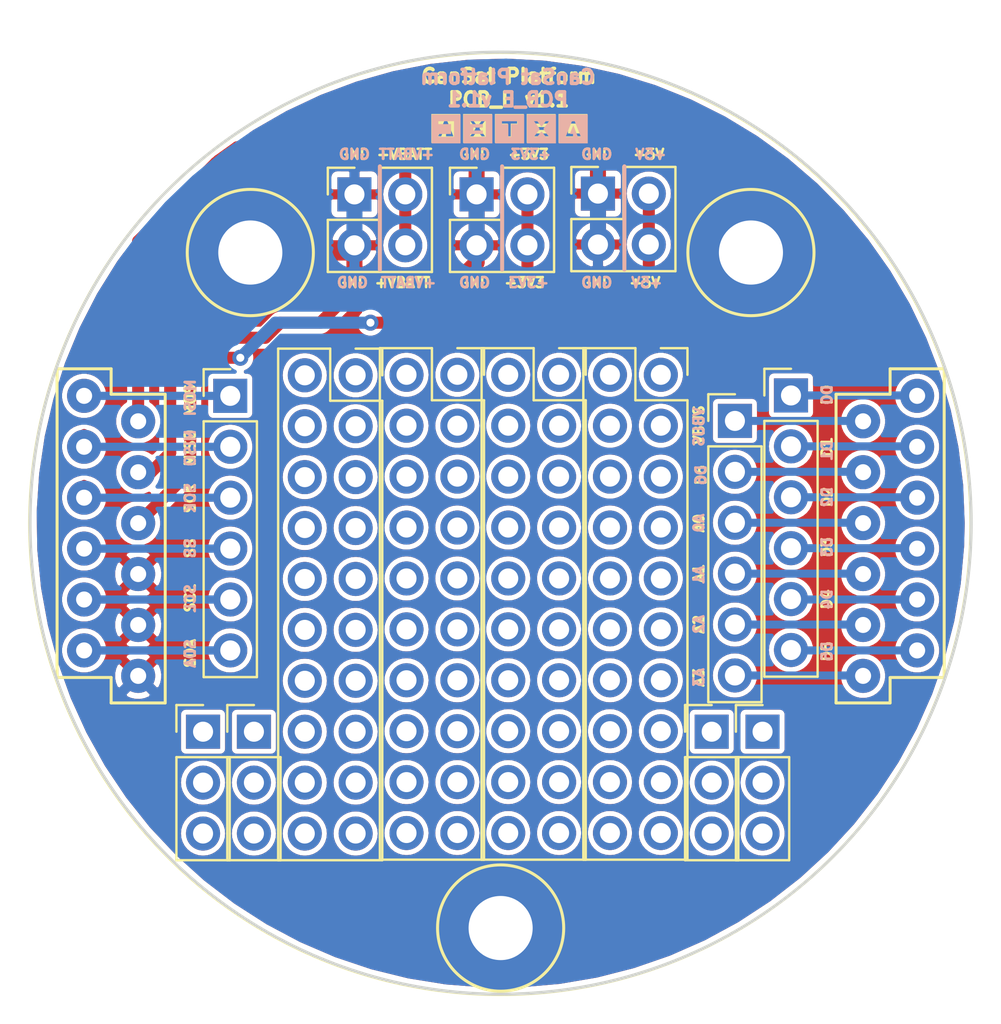
<source format=kicad_pcb>
(kicad_pcb (version 20171130) (host pcbnew "(5.1.0)-1")
  (layers (0 F.Cu signal) (31 B.Cu signal) (34 B.Paste user) (35 F.Paste user) (36 B.SilkS user) (37 F.SilkS user) (38 B.Mask user) (39 F.Mask user) (44 Edge.Cuts user))
  (net 0 "")
  (net 1 GND)
  (net 2 +BATT)
  (net 3 +5V)
  (net 4 +3V3)
  (net 5 "Net-(J4-Pad1)")
  (net 6 "Net-(J5-Pad1)")
  (net 7 "Net-(J6-Pad1)")
  (net 8 "Net-(J7-Pad1)")
  (net 9 /IO0)
  (net 10 /IO1)
  (net 11 /IO2)
  (net 12 /IO3)
  (net 13 /IO4)
  (net 14 /IO5)
  (net 15 /IO6)
  (net 16 /AD0)
  (net 17 /AD1)
  (net 18 /AD2)
  (net 19 /AD3)
  (net 20 /MOSI)
  (net 21 /MISO)
  (net 22 /SCK)
  (net 23 /SS)
  (net 24 /SCL)
  (net 25 /SDA)
  (net 26 "Net-(J4-Pad2)")
  (net 27 "Net-(J5-Pad2)")
  (net 28 "Net-(J6-Pad2)")
  (net 29 "Net-(J7-Pad2)")
  (net 30 "Net-(J4-Pad3)")
  (net 31 "Net-(J4-Pad4)")
  (net 32 "Net-(J4-Pad5)")
  (net 33 "Net-(J4-Pad6)")
  (net 34 "Net-(J4-Pad7)")
  (net 35 "Net-(J4-Pad8)")
  (net 36 "Net-(J4-Pad9)")
  (net 37 "Net-(J4-Pad10)")
  (net 38 "Net-(J4-Pad11)")
  (net 39 "Net-(J4-Pad12)")
  (net 40 "Net-(J4-Pad13)")
  (net 41 "Net-(J4-Pad14)")
  (net 42 "Net-(J4-Pad15)")
  (net 43 "Net-(J4-Pad16)")
  (net 44 "Net-(J4-Pad17)")
  (net 45 "Net-(J4-Pad18)")
  (net 46 "Net-(J4-Pad19)")
  (net 47 "Net-(J4-Pad20)")
  (net 48 "Net-(J5-Pad3)")
  (net 49 "Net-(J5-Pad4)")
  (net 50 "Net-(J5-Pad5)")
  (net 51 "Net-(J5-Pad6)")
  (net 52 "Net-(J5-Pad7)")
  (net 53 "Net-(J5-Pad8)")
  (net 54 "Net-(J5-Pad9)")
  (net 55 "Net-(J5-Pad10)")
  (net 56 "Net-(J5-Pad11)")
  (net 57 "Net-(J5-Pad12)")
  (net 58 "Net-(J5-Pad13)")
  (net 59 "Net-(J5-Pad14)")
  (net 60 "Net-(J5-Pad15)")
  (net 61 "Net-(J5-Pad16)")
  (net 62 "Net-(J5-Pad17)")
  (net 63 "Net-(J5-Pad18)")
  (net 64 "Net-(J5-Pad19)")
  (net 65 "Net-(J5-Pad20)")
  (net 66 "Net-(J6-Pad20)")
  (net 67 "Net-(J6-Pad19)")
  (net 68 "Net-(J6-Pad18)")
  (net 69 "Net-(J6-Pad17)")
  (net 70 "Net-(J6-Pad16)")
  (net 71 "Net-(J6-Pad15)")
  (net 72 "Net-(J6-Pad14)")
  (net 73 "Net-(J6-Pad13)")
  (net 74 "Net-(J6-Pad12)")
  (net 75 "Net-(J6-Pad11)")
  (net 76 "Net-(J6-Pad10)")
  (net 77 "Net-(J6-Pad9)")
  (net 78 "Net-(J6-Pad8)")
  (net 79 "Net-(J6-Pad7)")
  (net 80 "Net-(J6-Pad6)")
  (net 81 "Net-(J6-Pad5)")
  (net 82 "Net-(J6-Pad4)")
  (net 83 "Net-(J6-Pad3)")
  (net 84 "Net-(J7-Pad20)")
  (net 85 "Net-(J7-Pad19)")
  (net 86 "Net-(J7-Pad18)")
  (net 87 "Net-(J7-Pad17)")
  (net 88 "Net-(J7-Pad16)")
  (net 89 "Net-(J7-Pad15)")
  (net 90 "Net-(J7-Pad14)")
  (net 91 "Net-(J7-Pad13)")
  (net 92 "Net-(J7-Pad12)")
  (net 93 "Net-(J7-Pad11)")
  (net 94 "Net-(J7-Pad10)")
  (net 95 "Net-(J7-Pad9)")
  (net 96 "Net-(J7-Pad8)")
  (net 97 "Net-(J7-Pad7)")
  (net 98 "Net-(J7-Pad6)")
  (net 99 "Net-(J7-Pad5)")
  (net 100 "Net-(J7-Pad4)")
  (net 101 "Net-(J7-Pad3)")
  (net 102 /Vbus)
  (net 103 "Net-(J9-Pad3)")
  (net 104 "Net-(J9-Pad2)")
  (net 105 "Net-(J9-Pad1)")
  (net 106 "Net-(J10-Pad3)")
  (net 107 "Net-(J10-Pad2)")
  (net 108 "Net-(J10-Pad1)")
  (net 109 "Net-(J11-Pad3)")
  (net 110 "Net-(J11-Pad2)")
  (net 111 "Net-(J11-Pad1)")
  (net 112 "Net-(J13-Pad3)")
  (net 113 "Net-(J13-Pad2)")
  (net 114 "Net-(J13-Pad1)")
  (module AXTEC:Conector_Expansion_CanSat (layer F.Cu) (at 0 0)
    (fp_text reference J12 hide)
    (fp_text value Conector_Expansion_CanSat hide)
    (pad 19 thru_hole circle (at -20.8 -6.35) (size 1.7 1.7) (drill 0.8) (layers *.Cu *.Mask) (net 20 /MOSI))
    (pad 20 thru_hole circle (at -20.8 -3.81) (size 1.7 1.7) (drill 0.8) (layers *.Cu *.Mask) (net 21 /MISO))
    (pad 21 thru_hole circle (at -20.8 -1.27) (size 1.7 1.7) (drill 0.8) (layers *.Cu *.Mask) (net 22 /SCK))
    (pad 22 thru_hole circle (at -20.8 1.27) (size 1.7 1.7) (drill 0.8) (layers *.Cu *.Mask) (net 23 /SS))
    (pad 23 thru_hole circle (at -20.8 3.81) (size 1.7 1.7) (drill 0.8) (layers *.Cu *.Mask) (net 24 /SCL))
    (pad 24 thru_hole circle (at -20.8 6.35) (size 1.7 1.7) (drill 0.8) (layers *.Cu *.Mask) (net 25 /SDA))
    (pad 13 thru_hole circle (at -18.1 -5.08) (size 1.7 1.7) (drill 0.8) (layers *.Cu *.Mask) (net 2 +BATT))
    (pad 14 thru_hole circle (at -18.1 -2.54) (size 1.7 1.7) (drill 0.8) (layers *.Cu *.Mask) (net 4 +3V3))
    (pad 15 thru_hole circle (at -18.1 0) (size 1.7 1.7) (drill 0.8) (layers *.Cu *.Mask) (net 3 +5V))
    (pad 16 thru_hole circle (at -18.1 2.54) (size 1.7 1.7) (drill 0.8) (layers *.Cu *.Mask) (net 1 GND))
    (pad 17 thru_hole circle (at -18.1 5.08) (size 1.7 1.7) (drill 0.8) (layers *.Cu *.Mask) (net 1 GND))
    (pad 18 thru_hole circle (at -18.1 7.62) (size 1.7 1.7) (drill 0.8) (layers *.Cu *.Mask) (net 1 GND))
    (pad 1 thru_hole circle (at 20.8 -6.35) (size 1.7 1.7) (drill 0.8) (layers *.Cu *.Mask) (net 9 /IO0))
    (pad 2 thru_hole circle (at 20.8 -3.81) (size 1.7 1.7) (drill 0.8) (layers *.Cu *.Mask) (net 10 /IO1))
    (pad 3 thru_hole circle (at 20.8 -1.27) (size 1.7 1.7) (drill 0.8) (layers *.Cu *.Mask) (net 11 /IO2))
    (pad 4 thru_hole circle (at 20.8 1.27) (size 1.7 1.7) (drill 0.8) (layers *.Cu *.Mask) (net 12 /IO3))
    (pad 5 thru_hole circle (at 20.8 3.81) (size 1.7 1.7) (drill 0.8) (layers *.Cu *.Mask) (net 13 /IO4))
    (pad 6 thru_hole circle (at 20.8 6.35) (size 1.7 1.7) (drill 0.8) (layers *.Cu *.Mask) (net 14 /IO5))
    (pad 7 thru_hole circle (at 18.1 -5.08) (size 1.7 1.7) (drill 0.8) (layers *.Cu *.Mask) (net 102 /Vbus))
    (pad 8 thru_hole circle (at 18.1 -2.54) (size 1.7 1.7) (drill 0.8) (layers *.Cu *.Mask) (net 15 /IO6))
    (pad 9 thru_hole circle (at 18.1 0) (size 1.7 1.7) (drill 0.8) (layers *.Cu *.Mask) (net 16 /AD0))
    (pad 10 thru_hole circle (at 18.1 2.54) (size 1.7 1.7) (drill 0.8) (layers *.Cu *.Mask) (net 17 /AD1))
    (pad 11 thru_hole circle (at 18.1 5.08) (size 1.7 1.7) (drill 0.8) (layers *.Cu *.Mask) (net 18 /AD2))
    (pad 12 thru_hole circle (at 18.1 7.62) (size 1.7 1.7) (drill 0.8) (layers *.Cu *.Mask) (net 19 /AD3))
  )
  (module AXTEC:Logo_AXTEC (layer B.Cu) (at 0.381 -19.8628 180)
    (fp_text reference G*** hide)
    (fp_text value LOGO hide)
  )
  (module AXTEC:Logo_AXTEC (layer F.Cu) (at 0.508 -19.8882)
    (fp_text reference G*** hide)
    (fp_text value LOGO hide)
  )
  (module Connector_PinHeader_2.54mm:PinHeader_1x03_P2.54mm_Vertical (layer F.Cu) (at -14.86 10.405001)
    (fp_text reference J13 hide)
    (fp_text value Conn_01x03)
    (pad 3 thru_hole oval (at 0 5.08) (size 1.7 1.7) (drill 1) (layers *.Cu *.Mask) (net 112 "Net-(J13-Pad3)"))
    (pad 2 thru_hole oval (at 0 2.54) (size 1.7 1.7) (drill 1) (layers *.Cu *.Mask) (net 113 "Net-(J13-Pad2)"))
    (pad 1 thru_hole rect (at 0 0) (size 1.7 1.7) (drill 1) (layers *.Cu *.Mask) (net 114 "Net-(J13-Pad1)"))
  )
  (module Connector_PinHeader_2.54mm:PinHeader_1x03_P2.54mm_Vertical (layer F.Cu) (at -12.32 10.405001)
    (fp_text reference J11 hide)
    (fp_text value Conn_01x03)
    (pad 3 thru_hole oval (at 0 5.08) (size 1.7 1.7) (drill 1) (layers *.Cu *.Mask) (net 109 "Net-(J11-Pad3)"))
    (pad 2 thru_hole oval (at 0 2.54) (size 1.7 1.7) (drill 1) (layers *.Cu *.Mask) (net 110 "Net-(J11-Pad2)"))
    (pad 1 thru_hole rect (at 0 0) (size 1.7 1.7) (drill 1) (layers *.Cu *.Mask) (net 111 "Net-(J11-Pad1)"))
  )
  (module Connector_PinHeader_2.54mm:PinHeader_1x03_P2.54mm_Vertical (layer F.Cu) (at 13.08 10.405001)
    (fp_text reference J10 hide)
    (fp_text value Conn_01x03)
    (pad 3 thru_hole oval (at 0 5.08) (size 1.7 1.7) (drill 1) (layers *.Cu *.Mask) (net 106 "Net-(J10-Pad3)"))
    (pad 2 thru_hole oval (at 0 2.54) (size 1.7 1.7) (drill 1) (layers *.Cu *.Mask) (net 107 "Net-(J10-Pad2)"))
    (pad 1 thru_hole rect (at 0 0) (size 1.7 1.7) (drill 1) (layers *.Cu *.Mask) (net 108 "Net-(J10-Pad1)"))
  )
  (module Connector_PinHeader_2.54mm:PinHeader_1x03_P2.54mm_Vertical (layer F.Cu) (at 10.54 10.405001)
    (fp_text reference J9 hide)
    (fp_text value Conn_01x03)
    (pad 3 thru_hole oval (at 0 5.08) (size 1.7 1.7) (drill 1) (layers *.Cu *.Mask) (net 103 "Net-(J9-Pad3)"))
    (pad 2 thru_hole oval (at 0 2.54) (size 1.7 1.7) (drill 1) (layers *.Cu *.Mask) (net 104 "Net-(J9-Pad2)"))
    (pad 1 thru_hole rect (at 0 0) (size 1.7 1.7) (drill 1) (layers *.Cu *.Mask) (net 105 "Net-(J9-Pad1)"))
  )
  (module Connector_PinSocket_2.54mm:PinSocket_2x02_P2.54mm_Vertical (layer F.Cu) (at -7.3 -16.4 90)
    (fp_text reference J1 hide)
    (fp_text value Conn_02x02_Counter_Clockwise hide)
    (pad 1 thru_hole rect (at 0 0 90) (size 1.7 1.7) (drill 1) (layers *.Cu *.Mask) (net 1 GND))
    (pad 2 thru_hole oval (at -2.54 0 90) (size 1.7 1.7) (drill 1) (layers *.Cu *.Mask) (net 1 GND))
    (pad 3 thru_hole oval (at 0 2.54 90) (size 1.7 1.7) (drill 1) (layers *.Cu *.Mask) (net 2 +BATT))
    (pad 4 thru_hole oval (at -2.54 2.54 90) (size 1.7 1.7) (drill 1) (layers *.Cu *.Mask) (net 2 +BATT))
  )
  (module Connector_PinSocket_2.54mm:PinSocket_2x02_P2.54mm_Vertical (layer F.Cu) (at 4.86 -16.44 90)
    (fp_text reference J2 hide)
    (fp_text value Conn_02x02_Counter_Clockwise hide)
    (pad 4 thru_hole oval (at -2.54 2.54 90) (size 1.7 1.7) (drill 1) (layers *.Cu *.Mask) (net 3 +5V))
    (pad 3 thru_hole oval (at 0 2.54 90) (size 1.7 1.7) (drill 1) (layers *.Cu *.Mask) (net 3 +5V))
    (pad 2 thru_hole oval (at -2.54 0 90) (size 1.7 1.7) (drill 1) (layers *.Cu *.Mask) (net 1 GND))
    (pad 1 thru_hole rect (at 0 0 90) (size 1.7 1.7) (drill 1) (layers *.Cu *.Mask) (net 1 GND))
  )
  (module Connector_PinSocket_2.54mm:PinSocket_2x02_P2.54mm_Vertical (layer F.Cu) (at -1.2 -16.4 90)
    (fp_text reference J3 hide)
    (fp_text value Conn_02x02_Counter_Clockwise hide)
    (pad 1 thru_hole rect (at 0 0 90) (size 1.7 1.7) (drill 1) (layers *.Cu *.Mask) (net 1 GND))
    (pad 2 thru_hole oval (at -2.54 0 90) (size 1.7 1.7) (drill 1) (layers *.Cu *.Mask) (net 1 GND))
    (pad 3 thru_hole oval (at 0 2.54 90) (size 1.7 1.7) (drill 1) (layers *.Cu *.Mask) (net 4 +3V3))
    (pad 4 thru_hole oval (at -2.54 2.54 90) (size 1.7 1.7) (drill 1) (layers *.Cu *.Mask) (net 4 +3V3))
  )
  (module Connector_PinHeader_2.54mm:PinHeader_1x06_P2.54mm_Vertical (layer F.Cu) (at -13.5 -6.35)
    (fp_text reference J15 hide)
    (fp_text value Conn_01x06)
    (pad 1 thru_hole rect (at 0 0) (size 1.7 1.7) (drill 1) (layers *.Cu *.Mask) (net 20 /MOSI))
    (pad 2 thru_hole oval (at 0 2.54) (size 1.7 1.7) (drill 1) (layers *.Cu *.Mask) (net 21 /MISO))
    (pad 3 thru_hole oval (at 0 5.08) (size 1.7 1.7) (drill 1) (layers *.Cu *.Mask) (net 22 /SCK))
    (pad 4 thru_hole oval (at 0 7.62) (size 1.7 1.7) (drill 1) (layers *.Cu *.Mask) (net 23 /SS))
    (pad 5 thru_hole oval (at 0 10.16) (size 1.7 1.7) (drill 1) (layers *.Cu *.Mask) (net 24 /SCL))
    (pad 6 thru_hole oval (at 0 12.7) (size 1.7 1.7) (drill 1) (layers *.Cu *.Mask) (net 25 /SDA))
  )
  (module AXTEC:MH_CanSat (layer F.Cu) (at 0 0)
    (fp_text reference MH1 hide)
    (fp_text value MH_CanSat)
    (pad 2 thru_hole circle (at 12.5 -13.5) (size 6.2 6.2) (drill 3.2) (layers *.Cu *.Mask) (net 1 GND))
    (pad 1 thru_hole circle (at -12.5 -13.5) (size 6.3 6.3) (drill 3.2) (layers *.Cu *.Mask) (net 1 GND))
    (pad 3 thru_hole circle (at 0 20.2) (size 6.2 6.2) (drill 3.2) (layers *.Cu *.Mask) (net 1 GND))
  )
  (module AXTEC:Empty_Footprint (layer F.Cu) (at -4.75 -24.75)
    (fp_text reference M1 hide)
    (fp_text value Spacer hide)
  )
  (module AXTEC:Empty_Footprint (layer F.Cu) (at -4.25 -24.75)
    (fp_text reference M2 hide)
    (fp_text value Spacer hide)
  )
  (module AXTEC:Empty_Footprint (layer F.Cu) (at -3.75 -24.75)
    (fp_text reference M3 hide)
    (fp_text value Spacer hide)
  )
  (module Connector_PinSocket_2.54mm:PinSocket_2x10_P2.54mm_Vertical (layer F.Cu) (at -7.24 -7.374999)
    (fp_text reference J4 hide)
    (fp_text value Conn_02x10_Odd_Even)
    (pad 1 thru_hole circle (at 0 0) (size 1.7 1.7) (drill 1) (layers *.Cu *.Mask) (net 5 "Net-(J4-Pad1)"))
    (pad 2 thru_hole oval (at -2.54 0) (size 1.7 1.7) (drill 1) (layers *.Cu *.Mask) (net 26 "Net-(J4-Pad2)"))
    (pad 3 thru_hole oval (at 0 2.54) (size 1.7 1.7) (drill 1) (layers *.Cu *.Mask) (net 30 "Net-(J4-Pad3)"))
    (pad 4 thru_hole oval (at -2.54 2.54) (size 1.7 1.7) (drill 1) (layers *.Cu *.Mask) (net 31 "Net-(J4-Pad4)"))
    (pad 5 thru_hole oval (at 0 5.08) (size 1.7 1.7) (drill 1) (layers *.Cu *.Mask) (net 32 "Net-(J4-Pad5)"))
    (pad 6 thru_hole oval (at -2.54 5.08) (size 1.7 1.7) (drill 1) (layers *.Cu *.Mask) (net 33 "Net-(J4-Pad6)"))
    (pad 7 thru_hole oval (at 0 7.62) (size 1.7 1.7) (drill 1) (layers *.Cu *.Mask) (net 34 "Net-(J4-Pad7)"))
    (pad 8 thru_hole oval (at -2.54 7.62) (size 1.7 1.7) (drill 1) (layers *.Cu *.Mask) (net 35 "Net-(J4-Pad8)"))
    (pad 9 thru_hole oval (at 0 10.16) (size 1.7 1.7) (drill 1) (layers *.Cu *.Mask) (net 36 "Net-(J4-Pad9)"))
    (pad 10 thru_hole oval (at -2.54 10.16) (size 1.7 1.7) (drill 1) (layers *.Cu *.Mask) (net 37 "Net-(J4-Pad10)"))
    (pad 11 thru_hole oval (at 0 12.7) (size 1.7 1.7) (drill 1) (layers *.Cu *.Mask) (net 38 "Net-(J4-Pad11)"))
    (pad 12 thru_hole oval (at -2.54 12.7) (size 1.7 1.7) (drill 1) (layers *.Cu *.Mask) (net 39 "Net-(J4-Pad12)"))
    (pad 13 thru_hole oval (at 0 15.24) (size 1.7 1.7) (drill 1) (layers *.Cu *.Mask) (net 40 "Net-(J4-Pad13)"))
    (pad 14 thru_hole oval (at -2.54 15.24) (size 1.7 1.7) (drill 1) (layers *.Cu *.Mask) (net 41 "Net-(J4-Pad14)"))
    (pad 15 thru_hole oval (at 0 17.78) (size 1.7 1.7) (drill 1) (layers *.Cu *.Mask) (net 42 "Net-(J4-Pad15)"))
    (pad 16 thru_hole oval (at -2.54 17.78) (size 1.7 1.7) (drill 1) (layers *.Cu *.Mask) (net 43 "Net-(J4-Pad16)"))
    (pad 17 thru_hole oval (at 0 20.32) (size 1.7 1.7) (drill 1) (layers *.Cu *.Mask) (net 44 "Net-(J4-Pad17)"))
    (pad 18 thru_hole oval (at -2.54 20.32) (size 1.7 1.7) (drill 1) (layers *.Cu *.Mask) (net 45 "Net-(J4-Pad18)"))
    (pad 19 thru_hole oval (at 0 22.86) (size 1.7 1.7) (drill 1) (layers *.Cu *.Mask) (net 46 "Net-(J4-Pad19)"))
    (pad 20 thru_hole oval (at -2.54 22.86) (size 1.7 1.7) (drill 1) (layers *.Cu *.Mask) (net 47 "Net-(J4-Pad20)"))
  )
  (module Connector_PinSocket_2.54mm:PinSocket_2x10_P2.54mm_Vertical (layer F.Cu) (at -2.16 -7.4)
    (fp_text reference J5 hide)
    (fp_text value Conn_02x10_Odd_Even)
    (pad 1 thru_hole circle (at 0 0) (size 1.7 1.7) (drill 1) (layers *.Cu *.Mask) (net 6 "Net-(J5-Pad1)"))
    (pad 2 thru_hole oval (at -2.54 0) (size 1.7 1.7) (drill 1) (layers *.Cu *.Mask) (net 27 "Net-(J5-Pad2)"))
    (pad 3 thru_hole oval (at 0 2.54) (size 1.7 1.7) (drill 1) (layers *.Cu *.Mask) (net 48 "Net-(J5-Pad3)"))
    (pad 4 thru_hole oval (at -2.54 2.54) (size 1.7 1.7) (drill 1) (layers *.Cu *.Mask) (net 49 "Net-(J5-Pad4)"))
    (pad 5 thru_hole oval (at 0 5.08) (size 1.7 1.7) (drill 1) (layers *.Cu *.Mask) (net 50 "Net-(J5-Pad5)"))
    (pad 6 thru_hole oval (at -2.54 5.08) (size 1.7 1.7) (drill 1) (layers *.Cu *.Mask) (net 51 "Net-(J5-Pad6)"))
    (pad 7 thru_hole oval (at 0 7.62) (size 1.7 1.7) (drill 1) (layers *.Cu *.Mask) (net 52 "Net-(J5-Pad7)"))
    (pad 8 thru_hole oval (at -2.54 7.62) (size 1.7 1.7) (drill 1) (layers *.Cu *.Mask) (net 53 "Net-(J5-Pad8)"))
    (pad 9 thru_hole oval (at 0 10.16) (size 1.7 1.7) (drill 1) (layers *.Cu *.Mask) (net 54 "Net-(J5-Pad9)"))
    (pad 10 thru_hole oval (at -2.54 10.16) (size 1.7 1.7) (drill 1) (layers *.Cu *.Mask) (net 55 "Net-(J5-Pad10)"))
    (pad 11 thru_hole oval (at 0 12.7) (size 1.7 1.7) (drill 1) (layers *.Cu *.Mask) (net 56 "Net-(J5-Pad11)"))
    (pad 12 thru_hole oval (at -2.54 12.7) (size 1.7 1.7) (drill 1) (layers *.Cu *.Mask) (net 57 "Net-(J5-Pad12)"))
    (pad 13 thru_hole oval (at 0 15.24) (size 1.7 1.7) (drill 1) (layers *.Cu *.Mask) (net 58 "Net-(J5-Pad13)"))
    (pad 14 thru_hole oval (at -2.54 15.24) (size 1.7 1.7) (drill 1) (layers *.Cu *.Mask) (net 59 "Net-(J5-Pad14)"))
    (pad 15 thru_hole oval (at 0 17.78) (size 1.7 1.7) (drill 1) (layers *.Cu *.Mask) (net 60 "Net-(J5-Pad15)"))
    (pad 16 thru_hole oval (at -2.54 17.78) (size 1.7 1.7) (drill 1) (layers *.Cu *.Mask) (net 61 "Net-(J5-Pad16)"))
    (pad 17 thru_hole oval (at 0 20.32) (size 1.7 1.7) (drill 1) (layers *.Cu *.Mask) (net 62 "Net-(J5-Pad17)"))
    (pad 18 thru_hole oval (at -2.54 20.32) (size 1.7 1.7) (drill 1) (layers *.Cu *.Mask) (net 63 "Net-(J5-Pad18)"))
    (pad 19 thru_hole oval (at 0 22.86) (size 1.7 1.7) (drill 1) (layers *.Cu *.Mask) (net 64 "Net-(J5-Pad19)"))
    (pad 20 thru_hole oval (at -2.54 22.86) (size 1.7 1.7) (drill 1) (layers *.Cu *.Mask) (net 65 "Net-(J5-Pad20)"))
  )
  (module Connector_PinSocket_2.54mm:PinSocket_2x10_P2.54mm_Vertical (layer F.Cu) (at 2.92 -7.4)
    (fp_text reference J6 hide)
    (fp_text value Conn_02x10_Odd_Even)
    (pad 20 thru_hole oval (at -2.54 22.86) (size 1.7 1.7) (drill 1) (layers *.Cu *.Mask) (net 66 "Net-(J6-Pad20)"))
    (pad 19 thru_hole oval (at 0 22.86) (size 1.7 1.7) (drill 1) (layers *.Cu *.Mask) (net 67 "Net-(J6-Pad19)"))
    (pad 18 thru_hole oval (at -2.54 20.32) (size 1.7 1.7) (drill 1) (layers *.Cu *.Mask) (net 68 "Net-(J6-Pad18)"))
    (pad 17 thru_hole oval (at 0 20.32) (size 1.7 1.7) (drill 1) (layers *.Cu *.Mask) (net 69 "Net-(J6-Pad17)"))
    (pad 16 thru_hole oval (at -2.54 17.78) (size 1.7 1.7) (drill 1) (layers *.Cu *.Mask) (net 70 "Net-(J6-Pad16)"))
    (pad 15 thru_hole oval (at 0 17.78) (size 1.7 1.7) (drill 1) (layers *.Cu *.Mask) (net 71 "Net-(J6-Pad15)"))
    (pad 14 thru_hole oval (at -2.54 15.24) (size 1.7 1.7) (drill 1) (layers *.Cu *.Mask) (net 72 "Net-(J6-Pad14)"))
    (pad 13 thru_hole oval (at 0 15.24) (size 1.7 1.7) (drill 1) (layers *.Cu *.Mask) (net 73 "Net-(J6-Pad13)"))
    (pad 12 thru_hole oval (at -2.54 12.7) (size 1.7 1.7) (drill 1) (layers *.Cu *.Mask) (net 74 "Net-(J6-Pad12)"))
    (pad 11 thru_hole oval (at 0 12.7) (size 1.7 1.7) (drill 1) (layers *.Cu *.Mask) (net 75 "Net-(J6-Pad11)"))
    (pad 10 thru_hole oval (at -2.54 10.16) (size 1.7 1.7) (drill 1) (layers *.Cu *.Mask) (net 76 "Net-(J6-Pad10)"))
    (pad 9 thru_hole oval (at 0 10.16) (size 1.7 1.7) (drill 1) (layers *.Cu *.Mask) (net 77 "Net-(J6-Pad9)"))
    (pad 8 thru_hole oval (at -2.54 7.62) (size 1.7 1.7) (drill 1) (layers *.Cu *.Mask) (net 78 "Net-(J6-Pad8)"))
    (pad 7 thru_hole oval (at 0 7.62) (size 1.7 1.7) (drill 1) (layers *.Cu *.Mask) (net 79 "Net-(J6-Pad7)"))
    (pad 6 thru_hole oval (at -2.54 5.08) (size 1.7 1.7) (drill 1) (layers *.Cu *.Mask) (net 80 "Net-(J6-Pad6)"))
    (pad 5 thru_hole oval (at 0 5.08) (size 1.7 1.7) (drill 1) (layers *.Cu *.Mask) (net 81 "Net-(J6-Pad5)"))
    (pad 4 thru_hole oval (at -2.54 2.54) (size 1.7 1.7) (drill 1) (layers *.Cu *.Mask) (net 82 "Net-(J6-Pad4)"))
    (pad 3 thru_hole oval (at 0 2.54) (size 1.7 1.7) (drill 1) (layers *.Cu *.Mask) (net 83 "Net-(J6-Pad3)"))
    (pad 2 thru_hole oval (at -2.54 0) (size 1.7 1.7) (drill 1) (layers *.Cu *.Mask) (net 28 "Net-(J6-Pad2)"))
    (pad 1 thru_hole circle (at 0 0) (size 1.7 1.7) (drill 1) (layers *.Cu *.Mask) (net 7 "Net-(J6-Pad1)"))
  )
  (module Connector_PinSocket_2.54mm:PinSocket_2x10_P2.54mm_Vertical (layer F.Cu) (at 8 -7.4)
    (fp_text reference J7 hide)
    (fp_text value Conn_02x10_Odd_Even)
    (pad 20 thru_hole oval (at -2.54 22.86) (size 1.7 1.7) (drill 1) (layers *.Cu *.Mask) (net 84 "Net-(J7-Pad20)"))
    (pad 19 thru_hole oval (at 0 22.86) (size 1.7 1.7) (drill 1) (layers *.Cu *.Mask) (net 85 "Net-(J7-Pad19)"))
    (pad 18 thru_hole oval (at -2.54 20.32) (size 1.7 1.7) (drill 1) (layers *.Cu *.Mask) (net 86 "Net-(J7-Pad18)"))
    (pad 17 thru_hole oval (at 0 20.32) (size 1.7 1.7) (drill 1) (layers *.Cu *.Mask) (net 87 "Net-(J7-Pad17)"))
    (pad 16 thru_hole oval (at -2.54 17.78) (size 1.7 1.7) (drill 1) (layers *.Cu *.Mask) (net 88 "Net-(J7-Pad16)"))
    (pad 15 thru_hole oval (at 0 17.78) (size 1.7 1.7) (drill 1) (layers *.Cu *.Mask) (net 89 "Net-(J7-Pad15)"))
    (pad 14 thru_hole oval (at -2.54 15.24) (size 1.7 1.7) (drill 1) (layers *.Cu *.Mask) (net 90 "Net-(J7-Pad14)"))
    (pad 13 thru_hole oval (at 0 15.24) (size 1.7 1.7) (drill 1) (layers *.Cu *.Mask) (net 91 "Net-(J7-Pad13)"))
    (pad 12 thru_hole oval (at -2.54 12.7) (size 1.7 1.7) (drill 1) (layers *.Cu *.Mask) (net 92 "Net-(J7-Pad12)"))
    (pad 11 thru_hole oval (at 0 12.7) (size 1.7 1.7) (drill 1) (layers *.Cu *.Mask) (net 93 "Net-(J7-Pad11)"))
    (pad 10 thru_hole oval (at -2.54 10.16) (size 1.7 1.7) (drill 1) (layers *.Cu *.Mask) (net 94 "Net-(J7-Pad10)"))
    (pad 9 thru_hole oval (at 0 10.16) (size 1.7 1.7) (drill 1) (layers *.Cu *.Mask) (net 95 "Net-(J7-Pad9)"))
    (pad 8 thru_hole oval (at -2.54 7.62) (size 1.7 1.7) (drill 1) (layers *.Cu *.Mask) (net 96 "Net-(J7-Pad8)"))
    (pad 7 thru_hole oval (at 0 7.62) (size 1.7 1.7) (drill 1) (layers *.Cu *.Mask) (net 97 "Net-(J7-Pad7)"))
    (pad 6 thru_hole oval (at -2.54 5.08) (size 1.7 1.7) (drill 1) (layers *.Cu *.Mask) (net 98 "Net-(J7-Pad6)"))
    (pad 5 thru_hole oval (at 0 5.08) (size 1.7 1.7) (drill 1) (layers *.Cu *.Mask) (net 99 "Net-(J7-Pad5)"))
    (pad 4 thru_hole oval (at -2.54 2.54) (size 1.7 1.7) (drill 1) (layers *.Cu *.Mask) (net 100 "Net-(J7-Pad4)"))
    (pad 3 thru_hole oval (at 0 2.54) (size 1.7 1.7) (drill 1) (layers *.Cu *.Mask) (net 101 "Net-(J7-Pad3)"))
    (pad 2 thru_hole oval (at -2.54 0) (size 1.7 1.7) (drill 1) (layers *.Cu *.Mask) (net 29 "Net-(J7-Pad2)"))
    (pad 1 thru_hole circle (at 0 0) (size 1.7 1.7) (drill 1) (layers *.Cu *.Mask) (net 8 "Net-(J7-Pad1)"))
  )
  (module Connector_PinHeader_2.54mm:PinHeader_1x06_P2.54mm_Vertical (layer F.Cu) (at 11.7 -5.1)
    (fp_text reference J14 hide)
    (fp_text value Conn_01x06)
    (pad 1 thru_hole rect (at 0 0) (size 1.7 1.7) (drill 1) (layers *.Cu *.Mask) (net 102 /Vbus))
    (pad 2 thru_hole oval (at 0 2.54) (size 1.7 1.7) (drill 1) (layers *.Cu *.Mask) (net 15 /IO6))
    (pad 3 thru_hole oval (at 0 5.08) (size 1.7 1.7) (drill 1) (layers *.Cu *.Mask) (net 16 /AD0))
    (pad 4 thru_hole oval (at 0 7.62) (size 1.7 1.7) (drill 1) (layers *.Cu *.Mask) (net 17 /AD1))
    (pad 5 thru_hole oval (at 0 10.16) (size 1.7 1.7) (drill 1) (layers *.Cu *.Mask) (net 18 /AD2))
    (pad 6 thru_hole oval (at 0 12.7) (size 1.7 1.7) (drill 1) (layers *.Cu *.Mask) (net 19 /AD3))
  )
  (module Connector_PinHeader_2.54mm:PinHeader_1x06_P2.54mm_Vertical (layer F.Cu) (at 14.5 -6.37)
    (fp_text reference J8 hide)
    (fp_text value Conn_01x06)
    (pad 1 thru_hole rect (at 0 0) (size 1.7 1.7) (drill 1) (layers *.Cu *.Mask) (net 9 /IO0))
    (pad 2 thru_hole oval (at 0 2.54) (size 1.7 1.7) (drill 1) (layers *.Cu *.Mask) (net 10 /IO1))
    (pad 3 thru_hole oval (at 0 5.08) (size 1.7 1.7) (drill 1) (layers *.Cu *.Mask) (net 11 /IO2))
    (pad 4 thru_hole oval (at 0 7.62) (size 1.7 1.7) (drill 1) (layers *.Cu *.Mask) (net 12 /IO3))
    (pad 5 thru_hole oval (at 0 10.16) (size 1.7 1.7) (drill 1) (layers *.Cu *.Mask) (net 13 /IO4))
    (pad 6 thru_hole oval (at 0 12.7) (size 1.7 1.7) (drill 1) (layers *.Cu *.Mask) (net 14 /IO5))
  )
  (gr_text D5 (at 16.3 6.4 90) (layer B.SilkS) (effects (font (size 0.5 0.5) (thickness 0.125)) (justify mirror)))
  (gr_text D4 (at 16.3 3.8 90) (layer B.SilkS) (effects (font (size 0.5 0.5) (thickness 0.125)) (justify mirror)))
  (gr_text D3 (at 16.3 1.2 90) (layer B.SilkS) (effects (font (size 0.5 0.5) (thickness 0.125)) (justify mirror)))
  (gr_text D2 (at 16.3 -1.3 90) (layer B.SilkS) (effects (font (size 0.5 0.5) (thickness 0.125)) (justify mirror)))
  (gr_text D1 (at 16.3 -3.6 90) (layer B.SilkS) (effects (font (size 0.5 0.5) (thickness 0.125)) (justify mirror)))
  (gr_text D0 (at 16.3 -6.4 90) (layer B.SilkS) (effects (font (size 0.5 0.5) (thickness 0.125)) (justify mirror)))
  (gr_text A3 (at 9.9 7.7 90) (layer B.SilkS) (effects (font (size 0.5 0.5) (thickness 0.125)) (justify mirror)))
  (gr_text A2 (at 9.9 5.05 90) (layer B.SilkS) (effects (font (size 0.5 0.5) (thickness 0.125)) (justify mirror)))
  (gr_text A1 (at 9.9 2.6 90) (layer B.SilkS) (effects (font (size 0.5 0.5) (thickness 0.125)) (justify mirror)))
  (gr_text A0 (at 9.9 0 90) (layer B.SilkS) (effects (font (size 0.5 0.5) (thickness 0.125)) (justify mirror)))
  (gr_text D6 (at 10 -2.4 90) (layer B.SilkS) (effects (font (size 0.5 0.5) (thickness 0.125)) (justify mirror)))
  (gr_text VBUS (at 9.9 -4.8 90) (layer B.SilkS) (effects (font (size 0.5 0.5) (thickness 0.125)) (justify mirror)))
  (gr_text D0 (at 16.3 -6.4 90) (layer F.SilkS) (effects (font (size 0.5 0.5) (thickness 0.125))))
  (gr_text D1 (at 16.3 -3.8 90) (layer F.SilkS) (effects (font (size 0.5 0.5) (thickness 0.125))))
  (gr_text D2 (at 16.3 -1.3 90) (layer F.SilkS) (effects (font (size 0.5 0.5) (thickness 0.125))))
  (gr_text D3 (at 16.3 1.2 90) (layer F.SilkS) (effects (font (size 0.5 0.5) (thickness 0.125))))
  (gr_text D4 (at 16.3 3.8 90) (layer F.SilkS) (effects (font (size 0.5 0.5) (thickness 0.125))))
  (gr_text D5 (at 16.3 6.4 90) (layer F.SilkS) (effects (font (size 0.5 0.5) (thickness 0.125))))
  (gr_text A3 (at 9.9 7.7 90) (layer F.SilkS) (effects (font (size 0.5 0.5) (thickness 0.125))))
  (gr_text A2 (at 9.9 5.05 90) (layer F.SilkS) (effects (font (size 0.5 0.5) (thickness 0.125))))
  (gr_text A1 (at 9.9 2.5 90) (layer F.SilkS) (effects (font (size 0.5 0.5) (thickness 0.125))))
  (gr_text A0 (at 9.9 0 90) (layer F.SilkS) (effects (font (size 0.5 0.5) (thickness 0.125))))
  (gr_text D6 (at 10 -2.4 90) (layer F.SilkS) (effects (font (size 0.5 0.5) (thickness 0.125))))
  (gr_text VBUS (at 9.9 -4.9 90) (layer F.SilkS) (effects (font (size 0.5 0.5) (thickness 0.125))))
  (gr_text "CanSat Platform" (at 0.3556 -22.2504) (layer B.SilkS) (effects (font (size 0.7 0.7) (thickness 0.175)) (justify mirror)))
  (gr_text "CanSat Platform" (at 0.4064 -22.3012) (layer F.SilkS) (effects (font (size 0.7 0.7) (thickness 0.175))))
  (gr_text "PCB_E v1.1" (at 0.3556 -21.1328) (layer B.SilkS) (effects (font (size 0.7 0.7) (thickness 0.175)) (justify mirror)))
  (gr_text "PCB_E v1.1" (at 0.4064 -21.1328) (layer F.SilkS) (effects (font (size 0.7 0.7) (thickness 0.175))))
  (gr_circle (center 0 0) (end 23.5 0) (layer Edge.Cuts) (width 0.15))
  (gr_line (start 6.18 -12.65) (end 6.18 -17.8) (layer B.SilkS) (width 0.2))
  (gr_line (start 0.075 -12.65) (end 0.075 -17.8) (layer B.SilkS) (width 0.2))
  (gr_line (start -6.03 -12.65) (end -6.03 -17.8) (layer B.SilkS) (width 0.2))
  (gr_text +5V (at 7.3 -12) (layer B.SilkS) (effects (font (size 0.5 0.5) (thickness 0.125)) (justify mirror)))
  (gr_text GND (at 4.8 -12) (layer B.SilkS) (effects (font (size 0.5 0.5) (thickness 0.125)) (justify mirror)))
  (gr_text +5V (at 7.5 -18.4) (layer B.SilkS) (effects (font (size 0.5 0.5) (thickness 0.125)) (justify mirror)))
  (gr_text GND (at 4.8 -18.4) (layer B.SilkS) (effects (font (size 0.5 0.5) (thickness 0.125)) (justify mirror)))
  (gr_text +3V3 (at 1.5 -18.4) (layer B.SilkS) (effects (font (size 0.5 0.5) (thickness 0.125)) (justify mirror)))
  (gr_text GND (at -1.3 -18.4) (layer B.SilkS) (effects (font (size 0.5 0.5) (thickness 0.125)) (justify mirror)))
  (gr_text +3V3 (at 1.4 -12) (layer B.SilkS) (effects (font (size 0.5 0.5) (thickness 0.125)) (justify mirror)))
  (gr_text GND (at -1.3 -12) (layer B.SilkS) (effects (font (size 0.5 0.5) (thickness 0.125)) (justify mirror)))
  (gr_text +VBATT (at -4.7 -18.4) (layer B.SilkS) (effects (font (size 0.5 0.5) (thickness 0.125)) (justify mirror)))
  (gr_text GND (at -7.3 -18.4) (layer B.SilkS) (effects (font (size 0.5 0.5) (thickness 0.125)) (justify mirror)))
  (gr_text +VBATT (at -4.6 -12) (layer B.SilkS) (effects (font (size 0.5 0.5) (thickness 0.125)) (justify mirror)))
  (gr_text GND (at -7.4 -12) (layer B.SilkS) (effects (font (size 0.5 0.5) (thickness 0.125)) (justify mirror)))
  (gr_text "SDA\n" (at -15.5 6.5 90) (layer B.SilkS) (effects (font (size 0.5 0.5) (thickness 0.125)) (justify mirror)))
  (gr_text SCL (at -15.5 3.75 90) (layer B.SilkS) (effects (font (size 0.5 0.5) (thickness 0.125)) (justify mirror)))
  (gr_text SS (at -15.5 1.25 90) (layer B.SilkS) (effects (font (size 0.5 0.5) (thickness 0.125)) (justify mirror)))
  (gr_text SCK (at -15.5 -1.25 90) (layer B.SilkS) (effects (font (size 0.5 0.5) (thickness 0.125)) (justify mirror)))
  (gr_text "MISO\n" (at -15.5 -3.75 90) (layer B.SilkS) (effects (font (size 0.5 0.5) (thickness 0.125)) (justify mirror)))
  (gr_text MOSI (at -15.5 -6.25 90) (layer B.SilkS) (effects (font (size 0.5 0.5) (thickness 0.125)) (justify mirror)))
  (gr_text +5V (at 7.2 -12) (layer F.SilkS) (effects (font (size 0.5 0.5) (thickness 0.125))))
  (gr_text +5V (at 7.4 -18.4) (layer F.SilkS) (effects (font (size 0.5 0.5) (thickness 0.125))))
  (gr_text +3V3 (at 1.2 -12) (layer F.SilkS) (effects (font (size 0.5 0.5) (thickness 0.125))))
  (gr_text +3V3 (at 1.4 -18.4) (layer F.SilkS) (effects (font (size 0.5 0.5) (thickness 0.125))))
  (gr_text +VBATT (at -4.9 -12) (layer F.SilkS) (effects (font (size 0.5 0.5) (thickness 0.125))))
  (gr_text +VBATT (at -4.8 -18.4) (layer F.SilkS) (effects (font (size 0.5 0.5) (thickness 0.125))))
  (gr_text GND (at 4.8 -18.4) (layer F.SilkS) (effects (font (size 0.5 0.5) (thickness 0.125))))
  (gr_text GND (at 4.8 -12) (layer F.SilkS) (effects (font (size 0.5 0.5) (thickness 0.125))))
  (gr_text GND (at -1.3 -12) (layer F.SilkS) (effects (font (size 0.5 0.5) (thickness 0.125))))
  (gr_text GND (at -1.3 -18.4) (layer F.SilkS) (effects (font (size 0.5 0.5) (thickness 0.125))))
  (gr_text GND (at -7.4 -12) (layer F.SilkS) (effects (font (size 0.5 0.5) (thickness 0.125))))
  (gr_text GND (at -7.3 -18.4) (layer F.SilkS) (effects (font (size 0.5 0.5) (thickness 0.125))))
  (gr_text "SDA\n" (at -15.5 6.5 90) (layer F.SilkS) (effects (font (size 0.5 0.5) (thickness 0.125))))
  (gr_text SCL (at -15.5 3.75 90) (layer F.SilkS) (effects (font (size 0.5 0.5) (thickness 0.125))))
  (gr_text SS (at -15.5 1.25 90) (layer F.SilkS) (effects (font (size 0.5 0.5) (thickness 0.125))))
  (gr_text SCK (at -15.5 -1.25 90) (layer F.SilkS) (effects (font (size 0.5 0.5) (thickness 0.125))))
  (gr_text "MISO\n" (at -15.5 -3.75 90) (layer F.SilkS) (effects (font (size 0.5 0.5) (thickness 0.125))))
  (gr_text MOSI (at -15.5 -6.25 90) (layer F.SilkS) (effects (font (size 0.5 0.5) (thickness 0.125))))
  (segment (start -12.010001 -13.010001) (end -12.5 -13.5) (width 0.4) (layer F.Cu) (net 1))
  (segment (start -7.66 -13.5) (end -7.3 -13.86) (width 0.8) (layer F.Cu) (net 1))
  (segment (start -12.5 -13.5) (end -7.66 -13.5) (width 0.8) (layer F.Cu) (net 1))
  (segment (start -7.3 -12.657919) (end -6.742081 -12.1) (width 0.8) (layer F.Cu) (net 1))
  (segment (start -7.3 -13.86) (end -7.3 -12.657919) (width 0.8) (layer F.Cu) (net 1))
  (segment (start -6.742081 -12.1) (end -2.1 -12.1) (width 0.8) (layer F.Cu) (net 1))
  (segment (start -1.2 -13) (end -1.2 -16.4) (width 0.8) (layer F.Cu) (net 1))
  (segment (start -2.1 -12.1) (end -1.2 -13) (width 0.8) (layer F.Cu) (net 1))
  (segment (start 12.5 -17.884062) (end 12.5 -13.5) (width 0.8) (layer F.Cu) (net 1))
  (segment (start 11.534062 -18.85) (end 12.5 -17.884062) (width 0.8) (layer F.Cu) (net 1))
  (segment (start -1.2 -18.05) (end -0.4 -18.85) (width 0.8) (layer F.Cu) (net 1))
  (segment (start -1.2 -16.4) (end -1.2 -18.05) (width 0.8) (layer F.Cu) (net 1))
  (segment (start 4.86 -18.81) (end 4.9 -18.85) (width 0.8) (layer F.Cu) (net 1))
  (segment (start 4.86 -13.9) (end 4.86 -18.81) (width 0.8) (layer F.Cu) (net 1))
  (segment (start -0.4 -18.85) (end 4.9 -18.85) (width 0.8) (layer F.Cu) (net 1))
  (segment (start 4.9 -18.85) (end 11.534062 -18.85) (width 0.8) (layer F.Cu) (net 1))
  (segment (start -7.3 -16.4) (end -7.3 -13.86) (width 0.8) (layer B.Cu) (net 1))
  (segment (start -1.2 -16.4) (end -1.2 -13.86) (width 0.8) (layer B.Cu) (net 1))
  (segment (start 4.86 -16.44) (end 4.86 -13.9) (width 0.8) (layer B.Cu) (net 1))
  (segment (start -14.08052 -18.090649) (end -13.15704 -18.75) (width 0.6) (layer F.Cu) (net 2))
  (segment (start -14.223909 -17.969204) (end -14.08052 -18.090649) (width 0.6) (layer F.Cu) (net 2))
  (segment (start -15.25 -16.943113) (end -14.223909 -17.969204) (width 0.6) (layer F.Cu) (net 2))
  (segment (start -15.25 -16.917422) (end -15.25 -16.943113) (width 0.6) (layer F.Cu) (net 2))
  (segment (start -18.1 -5.08) (end -18.1 -14.067422) (width 0.6) (layer F.Cu) (net 2))
  (segment (start -18.1 -14.067422) (end -15.25 -16.917422) (width 0.6) (layer F.Cu) (net 2))
  (segment (start -13.15704 -18.75) (end -5.75 -18.75) (width 0.6) (layer F.Cu) (net 2))
  (segment (start -4.76 -17.76) (end -4.76 -13.86) (width 0.6) (layer F.Cu) (net 2))
  (segment (start -5.75 -18.75) (end -4.76 -17.76) (width 0.6) (layer F.Cu) (net 2))
  (segment (start -18.1 0) (end -15.5 -2.6) (width 0.6) (layer F.Cu) (net 3))
  (segment (start -15.5 -2.6) (end -15.5 -7) (width 0.6) (layer F.Cu) (net 3))
  (via (at -13 -8.25) (size 0.8) (drill 0.4) (layers F.Cu B.Cu) (net 3))
  (segment (start -15.5 -7) (end -14.25 -8.25) (width 0.6) (layer F.Cu) (net 3))
  (segment (start -14.25 -8.25) (end -13 -8.25) (width 0.6) (layer F.Cu) (net 3))
  (segment (start -13 -8.25) (end -11.25 -10) (width 0.6) (layer B.Cu) (net 3))
  (via (at -6.5 -10) (size 0.8) (drill 0.4) (layers F.Cu B.Cu) (net 3))
  (segment (start -11.25 -10) (end -6.5 -10) (width 0.6) (layer B.Cu) (net 3))
  (segment (start -6.5 -10) (end 5.25 -10) (width 0.6) (layer F.Cu) (net 3))
  (segment (start 7.4 -12.15) (end 7.4 -16.44) (width 0.6) (layer F.Cu) (net 3))
  (segment (start 5.25 -10) (end 7.4 -12.15) (width 0.6) (layer F.Cu) (net 3))
  (segment (start 0.03999 -11.19999) (end 1.34 -12.5) (width 0.6) (layer F.Cu) (net 4))
  (segment (start -7.80001 -11.19999) (end 0.03999 -11.19999) (width 0.6) (layer F.Cu) (net 4))
  (segment (start -9 -10) (end -7.80001 -11.19999) (width 0.6) (layer F.Cu) (net 4))
  (segment (start -11 -10) (end -9 -10) (width 0.6) (layer F.Cu) (net 4))
  (segment (start -18.1 -2.54) (end -17.46 -2.54) (width 0.6) (layer F.Cu) (net 4))
  (segment (start -16.5 -3.5) (end -16.5 -7.25) (width 0.6) (layer F.Cu) (net 4))
  (segment (start -16.5 -7.25) (end -14.5 -9.25) (width 0.6) (layer F.Cu) (net 4))
  (segment (start -14.5 -9.25) (end -11.75 -9.25) (width 0.6) (layer F.Cu) (net 4))
  (segment (start 1.34 -12.5) (end 1.34 -16.4) (width 0.6) (layer F.Cu) (net 4))
  (segment (start -17.46 -2.54) (end -16.5 -3.5) (width 0.6) (layer F.Cu) (net 4))
  (segment (start -11.75 -9.25) (end -11 -10) (width 0.6) (layer F.Cu) (net 4))
  (segment (start 15.02 -6.37) (end 15 -6.35) (width 0.4) (layer B.Cu) (net 9))
  (segment (start 20.8 -6.37) (end 15.02 -6.37) (width 0.4) (layer B.Cu) (net 9))
  (segment (start 15.02 -3.83) (end 15 -3.81) (width 0.4) (layer B.Cu) (net 10))
  (segment (start 20.8 -3.83) (end 15.02 -3.83) (width 0.4) (layer B.Cu) (net 10))
  (segment (start 15.02 -1.29) (end 15 -1.27) (width 0.4) (layer B.Cu) (net 11))
  (segment (start 20.8 -1.29) (end 15.02 -1.29) (width 0.4) (layer B.Cu) (net 11))
  (segment (start 15.02 1.25) (end 15 1.27) (width 0.4) (layer B.Cu) (net 12))
  (segment (start 20.8 1.25) (end 15.02 1.25) (width 0.4) (layer B.Cu) (net 12))
  (segment (start 20.78 3.81) (end 20.8 3.79) (width 0.4) (layer B.Cu) (net 13))
  (segment (start 15 3.81) (end 20.78 3.81) (width 0.4) (layer B.Cu) (net 13))
  (segment (start 20.78 6.35) (end 20.8 6.33) (width 0.4) (layer B.Cu) (net 14))
  (segment (start 15 6.35) (end 20.78 6.35) (width 0.4) (layer B.Cu) (net 14))
  (segment (start 18.1 -2.56) (end 12.1 -2.56) (width 0.4) (layer B.Cu) (net 15))
  (segment (start 18.1 -0.02) (end 12.1 -0.02) (width 0.4) (layer B.Cu) (net 16))
  (segment (start 16.897919 2.52) (end 12.1 2.52) (width 0.4) (layer B.Cu) (net 17))
  (segment (start 18.1 2.52) (end 16.897919 2.52) (width 0.4) (layer B.Cu) (net 17))
  (segment (start 18.1 5.06) (end 12.1 5.06) (width 0.4) (layer B.Cu) (net 18))
  (segment (start 11.7 7.6) (end 18.1 7.6) (width 0.4) (layer B.Cu) (net 19))
  (segment (start -19.597919 -6.35) (end -14.4 -6.35) (width 0.4) (layer B.Cu) (net 20))
  (segment (start -20.8 -6.35) (end -19.597919 -6.35) (width 0.4) (layer B.Cu) (net 20))
  (segment (start -20.8 -6.35) (end -13.5 -6.35) (width 0.4) (layer B.Cu) (net 20))
  (segment (start -20.8 -3.81) (end -20.8 -4.499998) (width 0.4) (layer F.Cu) (net 21))
  (segment (start -20.8 -3.81) (end -14.4 -3.81) (width 0.4) (layer B.Cu) (net 21))
  (segment (start -20.8 -3.81) (end -13.5 -3.81) (width 0.4) (layer B.Cu) (net 21))
  (segment (start -20.8 -1.27) (end -20.8 -1.959998) (width 0.4) (layer F.Cu) (net 22))
  (segment (start -17.519998 -1.27) (end -14.4 -1.27) (width 0.4) (layer B.Cu) (net 22))
  (segment (start -20.8 -1.27) (end -17.519998 -1.27) (width 0.4) (layer B.Cu) (net 22))
  (segment (start -20.8 -1.27) (end -13.5 -1.27) (width 0.4) (layer B.Cu) (net 22))
  (segment (start -20.8 1.27) (end -14.4 1.27) (width 0.4) (layer B.Cu) (net 23))
  (segment (start -20.8 1.27) (end -13.5 1.27) (width 0.4) (layer B.Cu) (net 23))
  (segment (start -20.8 3.81) (end -14.4 3.81) (width 0.4) (layer B.Cu) (net 24))
  (segment (start -20.8 3.81) (end -13.5 3.81) (width 0.4) (layer B.Cu) (net 24))
  (segment (start -20.8 6.35) (end -14.4 6.35) (width 0.4) (layer B.Cu) (net 25))
  (segment (start -20.8 6.35) (end -13.5 6.35) (width 0.4) (layer B.Cu) (net 25))
  (segment (start 18.1 -5.1) (end 12.1 -5.1) (width 0.4) (layer B.Cu) (net 102))
  (zone (net 1) (net_name GND) (layer F.Cu) (connect_pads (clearance 0.25)) (min_thickness 0.2) (fill yes (arc_segments 32) (thermal_gap 0.3) (thermal_bridge_width 0.5))
    (polygon (pts (xy -25 -25) (xy 25 -25) (xy 25 25) (xy -25 25)))
  )
  (zone (net 1) (net_name GND) (layer B.Cu) (connect_pads (clearance 0.25)) (min_thickness 0.2) (fill yes (arc_segments 32) (thermal_gap 0.3) (thermal_bridge_width 0.5))
    (polygon (pts (xy -25 -25) (xy 25 -25) (xy 25 25) (xy -25 25)))
  )
)
</source>
